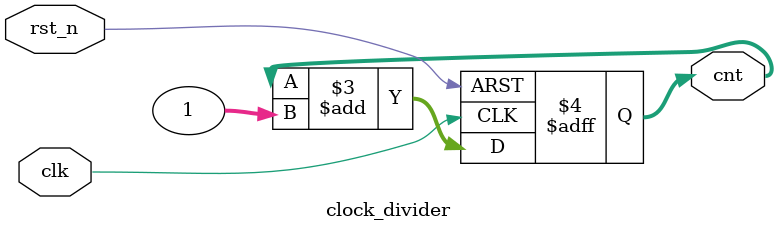
<source format=v>
`timescale 1ns / 1ps

module clock_divider (
    input clk,              
    input rst_n,            
    output reg [31:0] cnt   
);
    always @(posedge clk or negedge rst_n)
        if (!rst_n)
            cnt <= 32'd0;   // Reset counter
        else
            cnt <= cnt + 1; // Increment counter on each clock
endmodule

</source>
